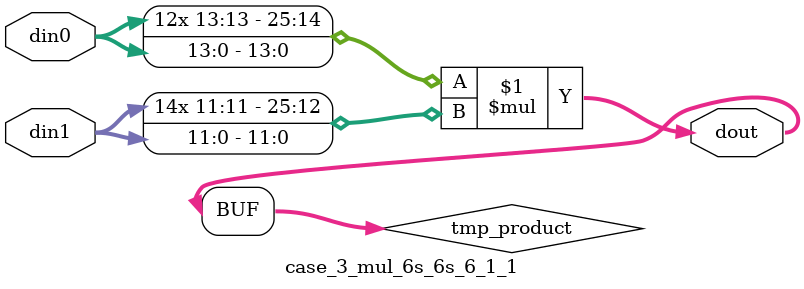
<source format=v>

`timescale 1 ns / 1 ps

 module case_3_mul_6s_6s_6_1_1(din0, din1, dout);
parameter ID = 1;
parameter NUM_STAGE = 0;
parameter din0_WIDTH = 14;
parameter din1_WIDTH = 12;
parameter dout_WIDTH = 26;

input [din0_WIDTH - 1 : 0] din0; 
input [din1_WIDTH - 1 : 0] din1; 
output [dout_WIDTH - 1 : 0] dout;

wire signed [dout_WIDTH - 1 : 0] tmp_product;



























assign tmp_product = $signed(din0) * $signed(din1);








assign dout = tmp_product;





















endmodule

</source>
